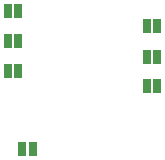
<source format=gtp>
G04 MADE WITH FRITZING*
G04 WWW.FRITZING.ORG*
G04 DOUBLE SIDED*
G04 HOLES PLATED*
G04 CONTOUR ON CENTER OF CONTOUR VECTOR*
%ASAXBY*%
%FSLAX23Y23*%
%MOIN*%
%OFA0B0*%
%SFA1.0B1.0*%
%ADD10R,0.025000X0.050000*%
%LNPASTEMASK1*%
G90*
G70*
G54D10*
X708Y566D03*
X740Y566D03*
X708Y463D03*
X740Y463D03*
X708Y365D03*
X740Y365D03*
X277Y416D03*
X242Y416D03*
X277Y514D03*
X242Y514D03*
X277Y615D03*
X242Y615D03*
X291Y156D03*
X327Y156D03*
G04 End of PasteMask1*
M02*
</source>
